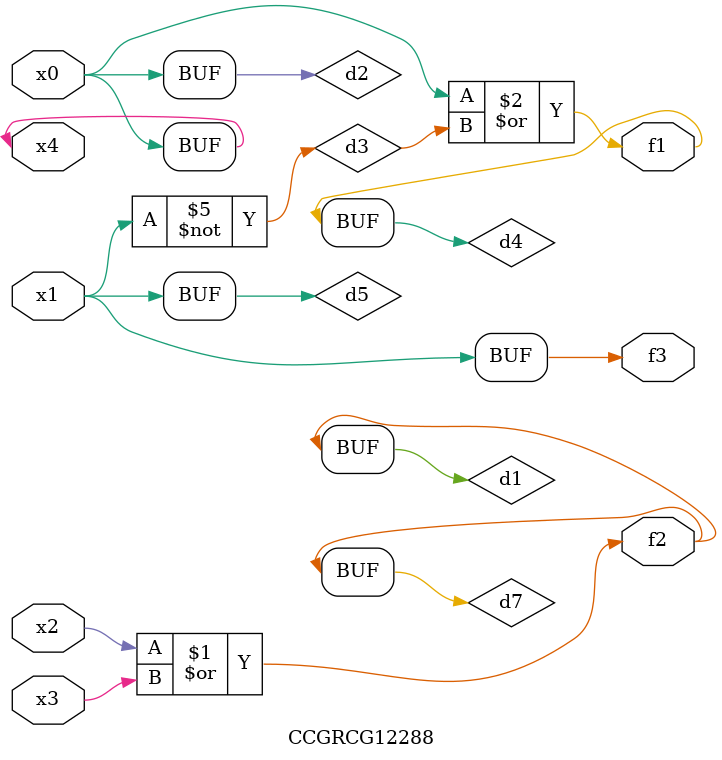
<source format=v>
module CCGRCG12288(
	input x0, x1, x2, x3, x4,
	output f1, f2, f3
);

	wire d1, d2, d3, d4, d5, d6, d7;

	or (d1, x2, x3);
	buf (d2, x0, x4);
	not (d3, x1);
	or (d4, d2, d3);
	not (d5, d3);
	nand (d6, d1, d3);
	or (d7, d1);
	assign f1 = d4;
	assign f2 = d7;
	assign f3 = d5;
endmodule

</source>
